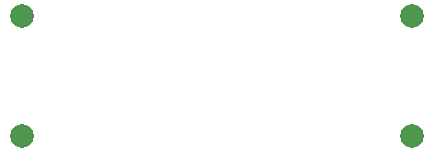
<source format=gbr>
%TF.GenerationSoftware,KiCad,Pcbnew,7.0.7*%
%TF.CreationDate,2023-08-26T22:59:01-07:00*%
%TF.ProjectId,CascadeOpAmp,43617363-6164-4654-9f70-416d702e6b69,rev?*%
%TF.SameCoordinates,Original*%
%TF.FileFunction,Soldermask,Bot*%
%TF.FilePolarity,Negative*%
%FSLAX46Y46*%
G04 Gerber Fmt 4.6, Leading zero omitted, Abs format (unit mm)*
G04 Created by KiCad (PCBNEW 7.0.7) date 2023-08-26 22:59:01*
%MOMM*%
%LPD*%
G01*
G04 APERTURE LIST*
%ADD10C,2.000000*%
G04 APERTURE END LIST*
D10*
%TO.C,Output2*%
X152400000Y-99060000D03*
%TD*%
%TO.C,Output1*%
X152400000Y-88900000D03*
%TD*%
%TO.C,Input2*%
X119380000Y-99060000D03*
%TD*%
%TO.C,Input1*%
X119380000Y-88900000D03*
%TD*%
M02*

</source>
